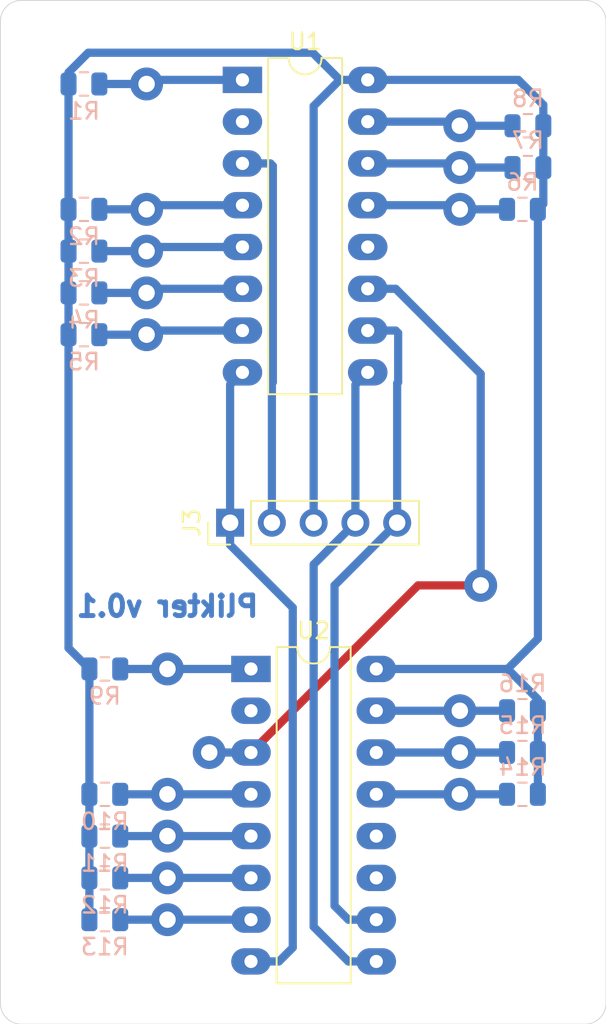
<source format=kicad_pcb>
(kicad_pcb (version 20171130) (host pcbnew 5.1.5)

  (general
    (thickness 1.6)
    (drawings 9)
    (tracks 123)
    (zones 0)
    (modules 19)
    (nets 28)
  )

  (page A4)
  (layers
    (0 F.Cu signal)
    (31 B.Cu signal)
    (32 B.Adhes user)
    (33 F.Adhes user)
    (34 B.Paste user)
    (35 F.Paste user)
    (36 B.SilkS user)
    (37 F.SilkS user)
    (38 B.Mask user)
    (39 F.Mask user)
    (40 Dwgs.User user)
    (41 Cmts.User user)
    (42 Eco1.User user)
    (43 Eco2.User user)
    (44 Edge.Cuts user)
    (45 Margin user)
    (46 B.CrtYd user)
    (47 F.CrtYd user)
    (48 B.Fab user)
    (49 F.Fab user)
  )

  (setup
    (last_trace_width 0.5)
    (trace_clearance 0.4)
    (zone_clearance 0.508)
    (zone_45_only no)
    (trace_min 0.2)
    (via_size 2)
    (via_drill 1)
    (via_min_size 0.4)
    (via_min_drill 0.3)
    (uvia_size 0.3)
    (uvia_drill 0.1)
    (uvias_allowed no)
    (uvia_min_size 0.2)
    (uvia_min_drill 0.1)
    (edge_width 0.05)
    (segment_width 0.2)
    (pcb_text_width 0.3)
    (pcb_text_size 1.5 1.5)
    (mod_edge_width 0.12)
    (mod_text_size 1 1)
    (mod_text_width 0.15)
    (pad_size 1.524 1.524)
    (pad_drill 0.762)
    (pad_to_mask_clearance 0.051)
    (solder_mask_min_width 0.25)
    (aux_axis_origin 0 0)
    (visible_elements FFFFFF7F)
    (pcbplotparams
      (layerselection 0x01000_ffffffff)
      (usegerberextensions false)
      (usegerberattributes false)
      (usegerberadvancedattributes false)
      (creategerberjobfile false)
      (excludeedgelayer true)
      (linewidth 0.100000)
      (plotframeref false)
      (viasonmask false)
      (mode 1)
      (useauxorigin false)
      (hpglpennumber 1)
      (hpglpenspeed 20)
      (hpglpendiameter 15.000000)
      (psnegative false)
      (psa4output false)
      (plotreference true)
      (plotvalue true)
      (plotinvisibletext false)
      (padsonsilk false)
      (subtractmaskfromsilk false)
      (outputformat 1)
      (mirror false)
      (drillshape 0)
      (scaleselection 1)
      (outputdirectory "./"))
  )

  (net 0 "")
  (net 1 "Net-(J3-Pad5)")
  (net 2 "Net-(J3-Pad4)")
  (net 3 VCC)
  (net 4 "Net-(J3-Pad2)")
  (net 5 GND)
  (net 6 "Net-(J1-Pad8)")
  (net 7 "Net-(J2-Pad8)")
  (net 8 "Net-(J1-Pad7)")
  (net 9 "Net-(J2-Pad7)")
  (net 10 "Net-(J1-Pad6)")
  (net 11 "Net-(J2-Pad6)")
  (net 12 "Net-(J1-Pad5)")
  (net 13 "Net-(J2-Pad5)")
  (net 14 "Net-(J1-Pad4)")
  (net 15 "Net-(J2-Pad4)")
  (net 16 "Net-(J1-Pad3)")
  (net 17 "Net-(J2-Pad3)")
  (net 18 "Net-(J1-Pad2)")
  (net 19 "Net-(J2-Pad2)")
  (net 20 "Net-(J1-Pad1)")
  (net 21 "Net-(J2-Pad1)")
  (net 22 "Net-(U1-Pad12)")
  (net 23 "Net-(U1-Pad11)")
  (net 24 "Net-(U1-Pad2)")
  (net 25 "Net-(U2-Pad12)")
  (net 26 "Net-(U2-Pad2)")
  (net 27 "Net-(U2-Pad11)")

  (net_class Default "This is the default net class."
    (clearance 0.4)
    (trace_width 0.5)
    (via_dia 2)
    (via_drill 1)
    (uvia_dia 0.3)
    (uvia_drill 0.1)
    (add_net GND)
    (add_net "Net-(J1-Pad1)")
    (add_net "Net-(J1-Pad2)")
    (add_net "Net-(J1-Pad3)")
    (add_net "Net-(J1-Pad4)")
    (add_net "Net-(J1-Pad5)")
    (add_net "Net-(J1-Pad6)")
    (add_net "Net-(J1-Pad7)")
    (add_net "Net-(J1-Pad8)")
    (add_net "Net-(J2-Pad1)")
    (add_net "Net-(J2-Pad2)")
    (add_net "Net-(J2-Pad3)")
    (add_net "Net-(J2-Pad4)")
    (add_net "Net-(J2-Pad5)")
    (add_net "Net-(J2-Pad6)")
    (add_net "Net-(J2-Pad7)")
    (add_net "Net-(J2-Pad8)")
    (add_net "Net-(J3-Pad2)")
    (add_net "Net-(J3-Pad4)")
    (add_net "Net-(J3-Pad5)")
    (add_net "Net-(U1-Pad11)")
    (add_net "Net-(U1-Pad12)")
    (add_net "Net-(U1-Pad2)")
    (add_net "Net-(U2-Pad11)")
    (add_net "Net-(U2-Pad12)")
    (add_net "Net-(U2-Pad2)")
    (add_net VCC)
  )

  (module Package_DIP:DIP-16_W7.62mm_LongPads (layer F.Cu) (tedit 5A02E8C5) (tstamp 5EA7001A)
    (at 70.6 61.98)
    (descr "16-lead though-hole mounted DIP package, row spacing 7.62 mm (300 mils), LongPads")
    (tags "THT DIP DIL PDIP 2.54mm 7.62mm 300mil LongPads")
    (path /5EA61E78)
    (fp_text reference U1 (at 3.81 -2.33) (layer F.SilkS)
      (effects (font (size 1 1) (thickness 0.15)))
    )
    (fp_text value 4021 (at 3.81 20.11) (layer F.Fab)
      (effects (font (size 1 1) (thickness 0.15)))
    )
    (fp_text user %R (at 3.81 8.89) (layer F.Fab)
      (effects (font (size 1 1) (thickness 0.15)))
    )
    (fp_line (start 9.1 -1.55) (end -1.45 -1.55) (layer F.CrtYd) (width 0.05))
    (fp_line (start 9.1 19.3) (end 9.1 -1.55) (layer F.CrtYd) (width 0.05))
    (fp_line (start -1.45 19.3) (end 9.1 19.3) (layer F.CrtYd) (width 0.05))
    (fp_line (start -1.45 -1.55) (end -1.45 19.3) (layer F.CrtYd) (width 0.05))
    (fp_line (start 6.06 -1.33) (end 4.81 -1.33) (layer F.SilkS) (width 0.12))
    (fp_line (start 6.06 19.11) (end 6.06 -1.33) (layer F.SilkS) (width 0.12))
    (fp_line (start 1.56 19.11) (end 6.06 19.11) (layer F.SilkS) (width 0.12))
    (fp_line (start 1.56 -1.33) (end 1.56 19.11) (layer F.SilkS) (width 0.12))
    (fp_line (start 2.81 -1.33) (end 1.56 -1.33) (layer F.SilkS) (width 0.12))
    (fp_line (start 0.635 -0.27) (end 1.635 -1.27) (layer F.Fab) (width 0.1))
    (fp_line (start 0.635 19.05) (end 0.635 -0.27) (layer F.Fab) (width 0.1))
    (fp_line (start 6.985 19.05) (end 0.635 19.05) (layer F.Fab) (width 0.1))
    (fp_line (start 6.985 -1.27) (end 6.985 19.05) (layer F.Fab) (width 0.1))
    (fp_line (start 1.635 -1.27) (end 6.985 -1.27) (layer F.Fab) (width 0.1))
    (fp_arc (start 3.81 -1.33) (end 2.81 -1.33) (angle -180) (layer F.SilkS) (width 0.12))
    (pad 16 thru_hole oval (at 7.62 0) (size 2.4 1.6) (drill 0.8) (layers *.Cu *.Mask)
      (net 3 VCC))
    (pad 8 thru_hole oval (at 0 17.78) (size 2.4 1.6) (drill 0.8) (layers *.Cu *.Mask)
      (net 5 GND))
    (pad 15 thru_hole oval (at 7.62 2.54) (size 2.4 1.6) (drill 0.8) (layers *.Cu *.Mask)
      (net 18 "Net-(J1-Pad2)"))
    (pad 7 thru_hole oval (at 0 15.24) (size 2.4 1.6) (drill 0.8) (layers *.Cu *.Mask)
      (net 6 "Net-(J1-Pad8)"))
    (pad 14 thru_hole oval (at 7.62 5.08) (size 2.4 1.6) (drill 0.8) (layers *.Cu *.Mask)
      (net 16 "Net-(J1-Pad3)"))
    (pad 6 thru_hole oval (at 0 12.7) (size 2.4 1.6) (drill 0.8) (layers *.Cu *.Mask)
      (net 8 "Net-(J1-Pad7)"))
    (pad 13 thru_hole oval (at 7.62 7.62) (size 2.4 1.6) (drill 0.8) (layers *.Cu *.Mask)
      (net 14 "Net-(J1-Pad4)"))
    (pad 5 thru_hole oval (at 0 10.16) (size 2.4 1.6) (drill 0.8) (layers *.Cu *.Mask)
      (net 10 "Net-(J1-Pad6)"))
    (pad 12 thru_hole oval (at 7.62 10.16) (size 2.4 1.6) (drill 0.8) (layers *.Cu *.Mask)
      (net 22 "Net-(U1-Pad12)"))
    (pad 4 thru_hole oval (at 0 7.62) (size 2.4 1.6) (drill 0.8) (layers *.Cu *.Mask)
      (net 12 "Net-(J1-Pad5)"))
    (pad 11 thru_hole oval (at 7.62 12.7) (size 2.4 1.6) (drill 0.8) (layers *.Cu *.Mask)
      (net 23 "Net-(U1-Pad11)"))
    (pad 3 thru_hole oval (at 0 5.08) (size 2.4 1.6) (drill 0.8) (layers *.Cu *.Mask)
      (net 4 "Net-(J3-Pad2)"))
    (pad 10 thru_hole oval (at 7.62 15.24) (size 2.4 1.6) (drill 0.8) (layers *.Cu *.Mask)
      (net 1 "Net-(J3-Pad5)"))
    (pad 2 thru_hole oval (at 0 2.54) (size 2.4 1.6) (drill 0.8) (layers *.Cu *.Mask)
      (net 24 "Net-(U1-Pad2)"))
    (pad 9 thru_hole oval (at 7.62 17.78) (size 2.4 1.6) (drill 0.8) (layers *.Cu *.Mask)
      (net 2 "Net-(J3-Pad4)"))
    (pad 1 thru_hole rect (at 0 0) (size 2.4 1.6) (drill 0.8) (layers *.Cu *.Mask)
      (net 20 "Net-(J1-Pad1)"))
    (model ${KISYS3DMOD}/Package_DIP.3dshapes/DIP-16_W7.62mm.wrl
      (at (xyz 0 0 0))
      (scale (xyz 1 1 1))
      (rotate (xyz 0 0 0))
    )
  )

  (module Package_DIP:DIP-16_W7.62mm_LongPads (layer F.Cu) (tedit 5A02E8C5) (tstamp 5EA70389)
    (at 71.12 97.79)
    (descr "16-lead though-hole mounted DIP package, row spacing 7.62 mm (300 mils), LongPads")
    (tags "THT DIP DIL PDIP 2.54mm 7.62mm 300mil LongPads")
    (path /5EA62BB7)
    (fp_text reference U2 (at 3.81 -2.33) (layer F.SilkS)
      (effects (font (size 1 1) (thickness 0.15)))
    )
    (fp_text value 4021 (at 3.81 20.11) (layer F.Fab)
      (effects (font (size 1 1) (thickness 0.15)))
    )
    (fp_text user %R (at 3.81 8.89) (layer F.Fab)
      (effects (font (size 1 1) (thickness 0.15)))
    )
    (fp_line (start 9.1 -1.55) (end -1.45 -1.55) (layer F.CrtYd) (width 0.05))
    (fp_line (start 9.1 19.3) (end 9.1 -1.55) (layer F.CrtYd) (width 0.05))
    (fp_line (start -1.45 19.3) (end 9.1 19.3) (layer F.CrtYd) (width 0.05))
    (fp_line (start -1.45 -1.55) (end -1.45 19.3) (layer F.CrtYd) (width 0.05))
    (fp_line (start 6.06 -1.33) (end 4.81 -1.33) (layer F.SilkS) (width 0.12))
    (fp_line (start 6.06 19.11) (end 6.06 -1.33) (layer F.SilkS) (width 0.12))
    (fp_line (start 1.56 19.11) (end 6.06 19.11) (layer F.SilkS) (width 0.12))
    (fp_line (start 1.56 -1.33) (end 1.56 19.11) (layer F.SilkS) (width 0.12))
    (fp_line (start 2.81 -1.33) (end 1.56 -1.33) (layer F.SilkS) (width 0.12))
    (fp_line (start 0.635 -0.27) (end 1.635 -1.27) (layer F.Fab) (width 0.1))
    (fp_line (start 0.635 19.05) (end 0.635 -0.27) (layer F.Fab) (width 0.1))
    (fp_line (start 6.985 19.05) (end 0.635 19.05) (layer F.Fab) (width 0.1))
    (fp_line (start 6.985 -1.27) (end 6.985 19.05) (layer F.Fab) (width 0.1))
    (fp_line (start 1.635 -1.27) (end 6.985 -1.27) (layer F.Fab) (width 0.1))
    (fp_arc (start 3.81 -1.33) (end 2.81 -1.33) (angle -180) (layer F.SilkS) (width 0.12))
    (pad 16 thru_hole oval (at 7.62 0) (size 2.4 1.6) (drill 0.8) (layers *.Cu *.Mask)
      (net 3 VCC))
    (pad 8 thru_hole oval (at 0 17.78) (size 2.4 1.6) (drill 0.8) (layers *.Cu *.Mask)
      (net 5 GND))
    (pad 15 thru_hole oval (at 7.62 2.54) (size 2.4 1.6) (drill 0.8) (layers *.Cu *.Mask)
      (net 19 "Net-(J2-Pad2)"))
    (pad 7 thru_hole oval (at 0 15.24) (size 2.4 1.6) (drill 0.8) (layers *.Cu *.Mask)
      (net 7 "Net-(J2-Pad8)"))
    (pad 14 thru_hole oval (at 7.62 5.08) (size 2.4 1.6) (drill 0.8) (layers *.Cu *.Mask)
      (net 17 "Net-(J2-Pad3)"))
    (pad 6 thru_hole oval (at 0 12.7) (size 2.4 1.6) (drill 0.8) (layers *.Cu *.Mask)
      (net 9 "Net-(J2-Pad7)"))
    (pad 13 thru_hole oval (at 7.62 7.62) (size 2.4 1.6) (drill 0.8) (layers *.Cu *.Mask)
      (net 15 "Net-(J2-Pad4)"))
    (pad 5 thru_hole oval (at 0 10.16) (size 2.4 1.6) (drill 0.8) (layers *.Cu *.Mask)
      (net 11 "Net-(J2-Pad6)"))
    (pad 12 thru_hole oval (at 7.62 10.16) (size 2.4 1.6) (drill 0.8) (layers *.Cu *.Mask)
      (net 25 "Net-(U2-Pad12)"))
    (pad 4 thru_hole oval (at 0 7.62) (size 2.4 1.6) (drill 0.8) (layers *.Cu *.Mask)
      (net 13 "Net-(J2-Pad5)"))
    (pad 11 thru_hole oval (at 7.62 12.7) (size 2.4 1.6) (drill 0.8) (layers *.Cu *.Mask)
      (net 27 "Net-(U2-Pad11)"))
    (pad 3 thru_hole oval (at 0 5.08) (size 2.4 1.6) (drill 0.8) (layers *.Cu *.Mask)
      (net 23 "Net-(U1-Pad11)"))
    (pad 10 thru_hole oval (at 7.62 15.24) (size 2.4 1.6) (drill 0.8) (layers *.Cu *.Mask)
      (net 1 "Net-(J3-Pad5)"))
    (pad 2 thru_hole oval (at 0 2.54) (size 2.4 1.6) (drill 0.8) (layers *.Cu *.Mask)
      (net 26 "Net-(U2-Pad2)"))
    (pad 9 thru_hole oval (at 7.62 17.78) (size 2.4 1.6) (drill 0.8) (layers *.Cu *.Mask)
      (net 2 "Net-(J3-Pad4)"))
    (pad 1 thru_hole rect (at 0 0) (size 2.4 1.6) (drill 0.8) (layers *.Cu *.Mask)
      (net 21 "Net-(J2-Pad1)"))
    (model ${KISYS3DMOD}/Package_DIP.3dshapes/DIP-16_W7.62mm.wrl
      (at (xyz 0 0 0))
      (scale (xyz 1 1 1))
      (rotate (xyz 0 0 0))
    )
  )

  (module Resistor_SMD:R_0805_2012Metric (layer B.Cu) (tedit 5B36C52B) (tstamp 5EA6FFF6)
    (at 62.23 97.79)
    (descr "Resistor SMD 0805 (2012 Metric), square (rectangular) end terminal, IPC_7351 nominal, (Body size source: https://docs.google.com/spreadsheets/d/1BsfQQcO9C6DZCsRaXUlFlo91Tg2WpOkGARC1WS5S8t0/edit?usp=sharing), generated with kicad-footprint-generator")
    (tags resistor)
    (path /5EA95779)
    (attr smd)
    (fp_text reference R9 (at 0 1.65) (layer B.SilkS)
      (effects (font (size 1 1) (thickness 0.15)) (justify mirror))
    )
    (fp_text value R (at 0 -1.65) (layer B.Fab)
      (effects (font (size 1 1) (thickness 0.15)) (justify mirror))
    )
    (fp_text user %R (at 0 0) (layer B.Fab)
      (effects (font (size 0.5 0.5) (thickness 0.08)) (justify mirror))
    )
    (fp_line (start 1.68 -0.95) (end -1.68 -0.95) (layer B.CrtYd) (width 0.05))
    (fp_line (start 1.68 0.95) (end 1.68 -0.95) (layer B.CrtYd) (width 0.05))
    (fp_line (start -1.68 0.95) (end 1.68 0.95) (layer B.CrtYd) (width 0.05))
    (fp_line (start -1.68 -0.95) (end -1.68 0.95) (layer B.CrtYd) (width 0.05))
    (fp_line (start -0.258578 -0.71) (end 0.258578 -0.71) (layer B.SilkS) (width 0.12))
    (fp_line (start -0.258578 0.71) (end 0.258578 0.71) (layer B.SilkS) (width 0.12))
    (fp_line (start 1 -0.6) (end -1 -0.6) (layer B.Fab) (width 0.1))
    (fp_line (start 1 0.6) (end 1 -0.6) (layer B.Fab) (width 0.1))
    (fp_line (start -1 0.6) (end 1 0.6) (layer B.Fab) (width 0.1))
    (fp_line (start -1 -0.6) (end -1 0.6) (layer B.Fab) (width 0.1))
    (pad 2 smd roundrect (at 0.9375 0) (size 0.975 1.4) (layers B.Cu B.Paste B.Mask) (roundrect_rratio 0.25)
      (net 21 "Net-(J2-Pad1)"))
    (pad 1 smd roundrect (at -0.9375 0) (size 0.975 1.4) (layers B.Cu B.Paste B.Mask) (roundrect_rratio 0.25)
      (net 3 VCC))
    (model ${KISYS3DMOD}/Resistor_SMD.3dshapes/R_0805_2012Metric.wrl
      (at (xyz 0 0 0))
      (scale (xyz 1 1 1))
      (rotate (xyz 0 0 0))
    )
  )

  (module Resistor_SMD:R_0805_2012Metric (layer B.Cu) (tedit 5B36C52B) (tstamp 5EA6FFE5)
    (at 60.96 62.23)
    (descr "Resistor SMD 0805 (2012 Metric), square (rectangular) end terminal, IPC_7351 nominal, (Body size source: https://docs.google.com/spreadsheets/d/1BsfQQcO9C6DZCsRaXUlFlo91Tg2WpOkGARC1WS5S8t0/edit?usp=sharing), generated with kicad-footprint-generator")
    (tags resistor)
    (path /5EA7F455)
    (attr smd)
    (fp_text reference R1 (at 0 1.65) (layer B.SilkS)
      (effects (font (size 1 1) (thickness 0.15)) (justify mirror))
    )
    (fp_text value R (at 0 -1.65) (layer B.Fab)
      (effects (font (size 1 1) (thickness 0.15)) (justify mirror))
    )
    (fp_text user %R (at 0 0) (layer B.Fab)
      (effects (font (size 0.5 0.5) (thickness 0.08)) (justify mirror))
    )
    (fp_line (start 1.68 -0.95) (end -1.68 -0.95) (layer B.CrtYd) (width 0.05))
    (fp_line (start 1.68 0.95) (end 1.68 -0.95) (layer B.CrtYd) (width 0.05))
    (fp_line (start -1.68 0.95) (end 1.68 0.95) (layer B.CrtYd) (width 0.05))
    (fp_line (start -1.68 -0.95) (end -1.68 0.95) (layer B.CrtYd) (width 0.05))
    (fp_line (start -0.258578 -0.71) (end 0.258578 -0.71) (layer B.SilkS) (width 0.12))
    (fp_line (start -0.258578 0.71) (end 0.258578 0.71) (layer B.SilkS) (width 0.12))
    (fp_line (start 1 -0.6) (end -1 -0.6) (layer B.Fab) (width 0.1))
    (fp_line (start 1 0.6) (end 1 -0.6) (layer B.Fab) (width 0.1))
    (fp_line (start -1 0.6) (end 1 0.6) (layer B.Fab) (width 0.1))
    (fp_line (start -1 -0.6) (end -1 0.6) (layer B.Fab) (width 0.1))
    (pad 2 smd roundrect (at 0.9375 0) (size 0.975 1.4) (layers B.Cu B.Paste B.Mask) (roundrect_rratio 0.25)
      (net 20 "Net-(J1-Pad1)"))
    (pad 1 smd roundrect (at -0.9375 0) (size 0.975 1.4) (layers B.Cu B.Paste B.Mask) (roundrect_rratio 0.25)
      (net 3 VCC))
    (model ${KISYS3DMOD}/Resistor_SMD.3dshapes/R_0805_2012Metric.wrl
      (at (xyz 0 0 0))
      (scale (xyz 1 1 1))
      (rotate (xyz 0 0 0))
    )
  )

  (module Resistor_SMD:R_0805_2012Metric (layer B.Cu) (tedit 5B36C52B) (tstamp 5EA6FFD4)
    (at 87.63 100.33 180)
    (descr "Resistor SMD 0805 (2012 Metric), square (rectangular) end terminal, IPC_7351 nominal, (Body size source: https://docs.google.com/spreadsheets/d/1BsfQQcO9C6DZCsRaXUlFlo91Tg2WpOkGARC1WS5S8t0/edit?usp=sharing), generated with kicad-footprint-generator")
    (tags resistor)
    (path /5EA95780)
    (attr smd)
    (fp_text reference R16 (at 0 1.65) (layer B.SilkS)
      (effects (font (size 1 1) (thickness 0.15)) (justify mirror))
    )
    (fp_text value R (at 0 -1.65) (layer B.Fab)
      (effects (font (size 1 1) (thickness 0.15)) (justify mirror))
    )
    (fp_text user %R (at 0 0) (layer B.Fab)
      (effects (font (size 0.5 0.5) (thickness 0.08)) (justify mirror))
    )
    (fp_line (start 1.68 -0.95) (end -1.68 -0.95) (layer B.CrtYd) (width 0.05))
    (fp_line (start 1.68 0.95) (end 1.68 -0.95) (layer B.CrtYd) (width 0.05))
    (fp_line (start -1.68 0.95) (end 1.68 0.95) (layer B.CrtYd) (width 0.05))
    (fp_line (start -1.68 -0.95) (end -1.68 0.95) (layer B.CrtYd) (width 0.05))
    (fp_line (start -0.258578 -0.71) (end 0.258578 -0.71) (layer B.SilkS) (width 0.12))
    (fp_line (start -0.258578 0.71) (end 0.258578 0.71) (layer B.SilkS) (width 0.12))
    (fp_line (start 1 -0.6) (end -1 -0.6) (layer B.Fab) (width 0.1))
    (fp_line (start 1 0.6) (end 1 -0.6) (layer B.Fab) (width 0.1))
    (fp_line (start -1 0.6) (end 1 0.6) (layer B.Fab) (width 0.1))
    (fp_line (start -1 -0.6) (end -1 0.6) (layer B.Fab) (width 0.1))
    (pad 2 smd roundrect (at 0.9375 0 180) (size 0.975 1.4) (layers B.Cu B.Paste B.Mask) (roundrect_rratio 0.25)
      (net 19 "Net-(J2-Pad2)"))
    (pad 1 smd roundrect (at -0.9375 0 180) (size 0.975 1.4) (layers B.Cu B.Paste B.Mask) (roundrect_rratio 0.25)
      (net 3 VCC))
    (model ${KISYS3DMOD}/Resistor_SMD.3dshapes/R_0805_2012Metric.wrl
      (at (xyz 0 0 0))
      (scale (xyz 1 1 1))
      (rotate (xyz 0 0 0))
    )
  )

  (module Resistor_SMD:R_0805_2012Metric (layer B.Cu) (tedit 5B36C52B) (tstamp 5EA70B14)
    (at 87.9625 64.77 180)
    (descr "Resistor SMD 0805 (2012 Metric), square (rectangular) end terminal, IPC_7351 nominal, (Body size source: https://docs.google.com/spreadsheets/d/1BsfQQcO9C6DZCsRaXUlFlo91Tg2WpOkGARC1WS5S8t0/edit?usp=sharing), generated with kicad-footprint-generator")
    (tags resistor)
    (path /5EA80F90)
    (attr smd)
    (fp_text reference R8 (at 0 1.65) (layer B.SilkS)
      (effects (font (size 1 1) (thickness 0.15)) (justify mirror))
    )
    (fp_text value R (at 0 -1.65) (layer B.Fab)
      (effects (font (size 1 1) (thickness 0.15)) (justify mirror))
    )
    (fp_text user %R (at 0 0) (layer B.Fab)
      (effects (font (size 0.5 0.5) (thickness 0.08)) (justify mirror))
    )
    (fp_line (start 1.68 -0.95) (end -1.68 -0.95) (layer B.CrtYd) (width 0.05))
    (fp_line (start 1.68 0.95) (end 1.68 -0.95) (layer B.CrtYd) (width 0.05))
    (fp_line (start -1.68 0.95) (end 1.68 0.95) (layer B.CrtYd) (width 0.05))
    (fp_line (start -1.68 -0.95) (end -1.68 0.95) (layer B.CrtYd) (width 0.05))
    (fp_line (start -0.258578 -0.71) (end 0.258578 -0.71) (layer B.SilkS) (width 0.12))
    (fp_line (start -0.258578 0.71) (end 0.258578 0.71) (layer B.SilkS) (width 0.12))
    (fp_line (start 1 -0.6) (end -1 -0.6) (layer B.Fab) (width 0.1))
    (fp_line (start 1 0.6) (end 1 -0.6) (layer B.Fab) (width 0.1))
    (fp_line (start -1 0.6) (end 1 0.6) (layer B.Fab) (width 0.1))
    (fp_line (start -1 -0.6) (end -1 0.6) (layer B.Fab) (width 0.1))
    (pad 2 smd roundrect (at 0.9375 0 180) (size 0.975 1.4) (layers B.Cu B.Paste B.Mask) (roundrect_rratio 0.25)
      (net 18 "Net-(J1-Pad2)"))
    (pad 1 smd roundrect (at -0.9375 0 180) (size 0.975 1.4) (layers B.Cu B.Paste B.Mask) (roundrect_rratio 0.25)
      (net 3 VCC))
    (model ${KISYS3DMOD}/Resistor_SMD.3dshapes/R_0805_2012Metric.wrl
      (at (xyz 0 0 0))
      (scale (xyz 1 1 1))
      (rotate (xyz 0 0 0))
    )
  )

  (module Resistor_SMD:R_0805_2012Metric (layer B.Cu) (tedit 5B36C52B) (tstamp 5EA705FC)
    (at 87.63 102.87 180)
    (descr "Resistor SMD 0805 (2012 Metric), square (rectangular) end terminal, IPC_7351 nominal, (Body size source: https://docs.google.com/spreadsheets/d/1BsfQQcO9C6DZCsRaXUlFlo91Tg2WpOkGARC1WS5S8t0/edit?usp=sharing), generated with kicad-footprint-generator")
    (tags resistor)
    (path /5EA95786)
    (attr smd)
    (fp_text reference R15 (at 0 1.65) (layer B.SilkS)
      (effects (font (size 1 1) (thickness 0.15)) (justify mirror))
    )
    (fp_text value R (at 0 -1.65) (layer B.Fab)
      (effects (font (size 1 1) (thickness 0.15)) (justify mirror))
    )
    (fp_text user %R (at 0 0) (layer B.Fab)
      (effects (font (size 0.5 0.5) (thickness 0.08)) (justify mirror))
    )
    (fp_line (start 1.68 -0.95) (end -1.68 -0.95) (layer B.CrtYd) (width 0.05))
    (fp_line (start 1.68 0.95) (end 1.68 -0.95) (layer B.CrtYd) (width 0.05))
    (fp_line (start -1.68 0.95) (end 1.68 0.95) (layer B.CrtYd) (width 0.05))
    (fp_line (start -1.68 -0.95) (end -1.68 0.95) (layer B.CrtYd) (width 0.05))
    (fp_line (start -0.258578 -0.71) (end 0.258578 -0.71) (layer B.SilkS) (width 0.12))
    (fp_line (start -0.258578 0.71) (end 0.258578 0.71) (layer B.SilkS) (width 0.12))
    (fp_line (start 1 -0.6) (end -1 -0.6) (layer B.Fab) (width 0.1))
    (fp_line (start 1 0.6) (end 1 -0.6) (layer B.Fab) (width 0.1))
    (fp_line (start -1 0.6) (end 1 0.6) (layer B.Fab) (width 0.1))
    (fp_line (start -1 -0.6) (end -1 0.6) (layer B.Fab) (width 0.1))
    (pad 2 smd roundrect (at 0.9375 0 180) (size 0.975 1.4) (layers B.Cu B.Paste B.Mask) (roundrect_rratio 0.25)
      (net 17 "Net-(J2-Pad3)"))
    (pad 1 smd roundrect (at -0.9375 0 180) (size 0.975 1.4) (layers B.Cu B.Paste B.Mask) (roundrect_rratio 0.25)
      (net 3 VCC))
    (model ${KISYS3DMOD}/Resistor_SMD.3dshapes/R_0805_2012Metric.wrl
      (at (xyz 0 0 0))
      (scale (xyz 1 1 1))
      (rotate (xyz 0 0 0))
    )
  )

  (module Resistor_SMD:R_0805_2012Metric (layer B.Cu) (tedit 5B36C52B) (tstamp 5EA709BF)
    (at 87.9625 67.31 180)
    (descr "Resistor SMD 0805 (2012 Metric), square (rectangular) end terminal, IPC_7351 nominal, (Body size source: https://docs.google.com/spreadsheets/d/1BsfQQcO9C6DZCsRaXUlFlo91Tg2WpOkGARC1WS5S8t0/edit?usp=sharing), generated with kicad-footprint-generator")
    (tags resistor)
    (path /5EA8147E)
    (attr smd)
    (fp_text reference R7 (at 0 1.65) (layer B.SilkS)
      (effects (font (size 1 1) (thickness 0.15)) (justify mirror))
    )
    (fp_text value R (at 0 -1.65) (layer B.Fab)
      (effects (font (size 1 1) (thickness 0.15)) (justify mirror))
    )
    (fp_text user %R (at 0 0) (layer B.Fab)
      (effects (font (size 0.5 0.5) (thickness 0.08)) (justify mirror))
    )
    (fp_line (start 1.68 -0.95) (end -1.68 -0.95) (layer B.CrtYd) (width 0.05))
    (fp_line (start 1.68 0.95) (end 1.68 -0.95) (layer B.CrtYd) (width 0.05))
    (fp_line (start -1.68 0.95) (end 1.68 0.95) (layer B.CrtYd) (width 0.05))
    (fp_line (start -1.68 -0.95) (end -1.68 0.95) (layer B.CrtYd) (width 0.05))
    (fp_line (start -0.258578 -0.71) (end 0.258578 -0.71) (layer B.SilkS) (width 0.12))
    (fp_line (start -0.258578 0.71) (end 0.258578 0.71) (layer B.SilkS) (width 0.12))
    (fp_line (start 1 -0.6) (end -1 -0.6) (layer B.Fab) (width 0.1))
    (fp_line (start 1 0.6) (end 1 -0.6) (layer B.Fab) (width 0.1))
    (fp_line (start -1 0.6) (end 1 0.6) (layer B.Fab) (width 0.1))
    (fp_line (start -1 -0.6) (end -1 0.6) (layer B.Fab) (width 0.1))
    (pad 2 smd roundrect (at 0.9375 0 180) (size 0.975 1.4) (layers B.Cu B.Paste B.Mask) (roundrect_rratio 0.25)
      (net 16 "Net-(J1-Pad3)"))
    (pad 1 smd roundrect (at -0.9375 0 180) (size 0.975 1.4) (layers B.Cu B.Paste B.Mask) (roundrect_rratio 0.25)
      (net 3 VCC))
    (model ${KISYS3DMOD}/Resistor_SMD.3dshapes/R_0805_2012Metric.wrl
      (at (xyz 0 0 0))
      (scale (xyz 1 1 1))
      (rotate (xyz 0 0 0))
    )
  )

  (module Resistor_SMD:R_0805_2012Metric (layer B.Cu) (tedit 5B36C52B) (tstamp 5EA6FF90)
    (at 87.63 105.41 180)
    (descr "Resistor SMD 0805 (2012 Metric), square (rectangular) end terminal, IPC_7351 nominal, (Body size source: https://docs.google.com/spreadsheets/d/1BsfQQcO9C6DZCsRaXUlFlo91Tg2WpOkGARC1WS5S8t0/edit?usp=sharing), generated with kicad-footprint-generator")
    (tags resistor)
    (path /5EA9579E)
    (attr smd)
    (fp_text reference R14 (at 0 1.65) (layer B.SilkS)
      (effects (font (size 1 1) (thickness 0.15)) (justify mirror))
    )
    (fp_text value R (at 0 -1.65) (layer B.Fab)
      (effects (font (size 1 1) (thickness 0.15)) (justify mirror))
    )
    (fp_text user %R (at 0 0) (layer B.Fab)
      (effects (font (size 0.5 0.5) (thickness 0.08)) (justify mirror))
    )
    (fp_line (start 1.68 -0.95) (end -1.68 -0.95) (layer B.CrtYd) (width 0.05))
    (fp_line (start 1.68 0.95) (end 1.68 -0.95) (layer B.CrtYd) (width 0.05))
    (fp_line (start -1.68 0.95) (end 1.68 0.95) (layer B.CrtYd) (width 0.05))
    (fp_line (start -1.68 -0.95) (end -1.68 0.95) (layer B.CrtYd) (width 0.05))
    (fp_line (start -0.258578 -0.71) (end 0.258578 -0.71) (layer B.SilkS) (width 0.12))
    (fp_line (start -0.258578 0.71) (end 0.258578 0.71) (layer B.SilkS) (width 0.12))
    (fp_line (start 1 -0.6) (end -1 -0.6) (layer B.Fab) (width 0.1))
    (fp_line (start 1 0.6) (end 1 -0.6) (layer B.Fab) (width 0.1))
    (fp_line (start -1 0.6) (end 1 0.6) (layer B.Fab) (width 0.1))
    (fp_line (start -1 -0.6) (end -1 0.6) (layer B.Fab) (width 0.1))
    (pad 2 smd roundrect (at 0.9375 0 180) (size 0.975 1.4) (layers B.Cu B.Paste B.Mask) (roundrect_rratio 0.25)
      (net 15 "Net-(J2-Pad4)"))
    (pad 1 smd roundrect (at -0.9375 0 180) (size 0.975 1.4) (layers B.Cu B.Paste B.Mask) (roundrect_rratio 0.25)
      (net 3 VCC))
    (model ${KISYS3DMOD}/Resistor_SMD.3dshapes/R_0805_2012Metric.wrl
      (at (xyz 0 0 0))
      (scale (xyz 1 1 1))
      (rotate (xyz 0 0 0))
    )
  )

  (module Resistor_SMD:R_0805_2012Metric (layer B.Cu) (tedit 5B36C52B) (tstamp 5EA8881A)
    (at 87.63 69.85 180)
    (descr "Resistor SMD 0805 (2012 Metric), square (rectangular) end terminal, IPC_7351 nominal, (Body size source: https://docs.google.com/spreadsheets/d/1BsfQQcO9C6DZCsRaXUlFlo91Tg2WpOkGARC1WS5S8t0/edit?usp=sharing), generated with kicad-footprint-generator")
    (tags resistor)
    (path /5EA83B5A)
    (attr smd)
    (fp_text reference R6 (at 0 1.65) (layer B.SilkS)
      (effects (font (size 1 1) (thickness 0.15)) (justify mirror))
    )
    (fp_text value R (at 0 -1.65) (layer B.Fab)
      (effects (font (size 1 1) (thickness 0.15)) (justify mirror))
    )
    (fp_line (start -1 -0.6) (end -1 0.6) (layer B.Fab) (width 0.1))
    (fp_line (start -1 0.6) (end 1 0.6) (layer B.Fab) (width 0.1))
    (fp_line (start 1 0.6) (end 1 -0.6) (layer B.Fab) (width 0.1))
    (fp_line (start 1 -0.6) (end -1 -0.6) (layer B.Fab) (width 0.1))
    (fp_line (start -0.258578 0.71) (end 0.258578 0.71) (layer B.SilkS) (width 0.12))
    (fp_line (start -0.258578 -0.71) (end 0.258578 -0.71) (layer B.SilkS) (width 0.12))
    (fp_line (start -1.68 -0.95) (end -1.68 0.95) (layer B.CrtYd) (width 0.05))
    (fp_line (start -1.68 0.95) (end 1.68 0.95) (layer B.CrtYd) (width 0.05))
    (fp_line (start 1.68 0.95) (end 1.68 -0.95) (layer B.CrtYd) (width 0.05))
    (fp_line (start 1.68 -0.95) (end -1.68 -0.95) (layer B.CrtYd) (width 0.05))
    (fp_text user %R (at 0 0) (layer B.Fab)
      (effects (font (size 0.5 0.5) (thickness 0.08)) (justify mirror))
    )
    (pad 1 smd roundrect (at -0.9375 0 180) (size 0.975 1.4) (layers B.Cu B.Paste B.Mask) (roundrect_rratio 0.25)
      (net 3 VCC))
    (pad 2 smd roundrect (at 0.9375 0 180) (size 0.975 1.4) (layers B.Cu B.Paste B.Mask) (roundrect_rratio 0.25)
      (net 14 "Net-(J1-Pad4)"))
    (model ${KISYS3DMOD}/Resistor_SMD.3dshapes/R_0805_2012Metric.wrl
      (at (xyz 0 0 0))
      (scale (xyz 1 1 1))
      (rotate (xyz 0 0 0))
    )
  )

  (module Resistor_SMD:R_0805_2012Metric (layer B.Cu) (tedit 5B36C52B) (tstamp 5EA6FF6E)
    (at 62.23 105.41)
    (descr "Resistor SMD 0805 (2012 Metric), square (rectangular) end terminal, IPC_7351 nominal, (Body size source: https://docs.google.com/spreadsheets/d/1BsfQQcO9C6DZCsRaXUlFlo91Tg2WpOkGARC1WS5S8t0/edit?usp=sharing), generated with kicad-footprint-generator")
    (tags resistor)
    (path /5EA9578C)
    (attr smd)
    (fp_text reference R10 (at 0 1.65) (layer B.SilkS)
      (effects (font (size 1 1) (thickness 0.15)) (justify mirror))
    )
    (fp_text value R (at 0 -1.65) (layer B.Fab)
      (effects (font (size 1 1) (thickness 0.15)) (justify mirror))
    )
    (fp_text user %R (at 0 0) (layer B.Fab)
      (effects (font (size 0.5 0.5) (thickness 0.08)) (justify mirror))
    )
    (fp_line (start 1.68 -0.95) (end -1.68 -0.95) (layer B.CrtYd) (width 0.05))
    (fp_line (start 1.68 0.95) (end 1.68 -0.95) (layer B.CrtYd) (width 0.05))
    (fp_line (start -1.68 0.95) (end 1.68 0.95) (layer B.CrtYd) (width 0.05))
    (fp_line (start -1.68 -0.95) (end -1.68 0.95) (layer B.CrtYd) (width 0.05))
    (fp_line (start -0.258578 -0.71) (end 0.258578 -0.71) (layer B.SilkS) (width 0.12))
    (fp_line (start -0.258578 0.71) (end 0.258578 0.71) (layer B.SilkS) (width 0.12))
    (fp_line (start 1 -0.6) (end -1 -0.6) (layer B.Fab) (width 0.1))
    (fp_line (start 1 0.6) (end 1 -0.6) (layer B.Fab) (width 0.1))
    (fp_line (start -1 0.6) (end 1 0.6) (layer B.Fab) (width 0.1))
    (fp_line (start -1 -0.6) (end -1 0.6) (layer B.Fab) (width 0.1))
    (pad 2 smd roundrect (at 0.9375 0) (size 0.975 1.4) (layers B.Cu B.Paste B.Mask) (roundrect_rratio 0.25)
      (net 13 "Net-(J2-Pad5)"))
    (pad 1 smd roundrect (at -0.9375 0) (size 0.975 1.4) (layers B.Cu B.Paste B.Mask) (roundrect_rratio 0.25)
      (net 3 VCC))
    (model ${KISYS3DMOD}/Resistor_SMD.3dshapes/R_0805_2012Metric.wrl
      (at (xyz 0 0 0))
      (scale (xyz 1 1 1))
      (rotate (xyz 0 0 0))
    )
  )

  (module Resistor_SMD:R_0805_2012Metric (layer B.Cu) (tedit 5B36C52B) (tstamp 5EA6FF5D)
    (at 60.96 69.85)
    (descr "Resistor SMD 0805 (2012 Metric), square (rectangular) end terminal, IPC_7351 nominal, (Body size source: https://docs.google.com/spreadsheets/d/1BsfQQcO9C6DZCsRaXUlFlo91Tg2WpOkGARC1WS5S8t0/edit?usp=sharing), generated with kicad-footprint-generator")
    (tags resistor)
    (path /5EA81723)
    (attr smd)
    (fp_text reference R2 (at 0 1.65) (layer B.SilkS)
      (effects (font (size 1 1) (thickness 0.15)) (justify mirror))
    )
    (fp_text value R (at 0 -1.65) (layer B.Fab)
      (effects (font (size 1 1) (thickness 0.15)) (justify mirror))
    )
    (fp_text user %R (at 0 0) (layer B.Fab)
      (effects (font (size 0.5 0.5) (thickness 0.08)) (justify mirror))
    )
    (fp_line (start 1.68 -0.95) (end -1.68 -0.95) (layer B.CrtYd) (width 0.05))
    (fp_line (start 1.68 0.95) (end 1.68 -0.95) (layer B.CrtYd) (width 0.05))
    (fp_line (start -1.68 0.95) (end 1.68 0.95) (layer B.CrtYd) (width 0.05))
    (fp_line (start -1.68 -0.95) (end -1.68 0.95) (layer B.CrtYd) (width 0.05))
    (fp_line (start -0.258578 -0.71) (end 0.258578 -0.71) (layer B.SilkS) (width 0.12))
    (fp_line (start -0.258578 0.71) (end 0.258578 0.71) (layer B.SilkS) (width 0.12))
    (fp_line (start 1 -0.6) (end -1 -0.6) (layer B.Fab) (width 0.1))
    (fp_line (start 1 0.6) (end 1 -0.6) (layer B.Fab) (width 0.1))
    (fp_line (start -1 0.6) (end 1 0.6) (layer B.Fab) (width 0.1))
    (fp_line (start -1 -0.6) (end -1 0.6) (layer B.Fab) (width 0.1))
    (pad 2 smd roundrect (at 0.9375 0) (size 0.975 1.4) (layers B.Cu B.Paste B.Mask) (roundrect_rratio 0.25)
      (net 12 "Net-(J1-Pad5)"))
    (pad 1 smd roundrect (at -0.9375 0) (size 0.975 1.4) (layers B.Cu B.Paste B.Mask) (roundrect_rratio 0.25)
      (net 3 VCC))
    (model ${KISYS3DMOD}/Resistor_SMD.3dshapes/R_0805_2012Metric.wrl
      (at (xyz 0 0 0))
      (scale (xyz 1 1 1))
      (rotate (xyz 0 0 0))
    )
  )

  (module Resistor_SMD:R_0805_2012Metric (layer B.Cu) (tedit 5B36C52B) (tstamp 5EA6FF4C)
    (at 62.23 107.95)
    (descr "Resistor SMD 0805 (2012 Metric), square (rectangular) end terminal, IPC_7351 nominal, (Body size source: https://docs.google.com/spreadsheets/d/1BsfQQcO9C6DZCsRaXUlFlo91Tg2WpOkGARC1WS5S8t0/edit?usp=sharing), generated with kicad-footprint-generator")
    (tags resistor)
    (path /5EA95792)
    (attr smd)
    (fp_text reference R11 (at 0 1.65) (layer B.SilkS)
      (effects (font (size 1 1) (thickness 0.15)) (justify mirror))
    )
    (fp_text value R (at 0 -1.65) (layer B.Fab)
      (effects (font (size 1 1) (thickness 0.15)) (justify mirror))
    )
    (fp_text user %R (at 0 0) (layer B.Fab)
      (effects (font (size 0.5 0.5) (thickness 0.08)) (justify mirror))
    )
    (fp_line (start 1.68 -0.95) (end -1.68 -0.95) (layer B.CrtYd) (width 0.05))
    (fp_line (start 1.68 0.95) (end 1.68 -0.95) (layer B.CrtYd) (width 0.05))
    (fp_line (start -1.68 0.95) (end 1.68 0.95) (layer B.CrtYd) (width 0.05))
    (fp_line (start -1.68 -0.95) (end -1.68 0.95) (layer B.CrtYd) (width 0.05))
    (fp_line (start -0.258578 -0.71) (end 0.258578 -0.71) (layer B.SilkS) (width 0.12))
    (fp_line (start -0.258578 0.71) (end 0.258578 0.71) (layer B.SilkS) (width 0.12))
    (fp_line (start 1 -0.6) (end -1 -0.6) (layer B.Fab) (width 0.1))
    (fp_line (start 1 0.6) (end 1 -0.6) (layer B.Fab) (width 0.1))
    (fp_line (start -1 0.6) (end 1 0.6) (layer B.Fab) (width 0.1))
    (fp_line (start -1 -0.6) (end -1 0.6) (layer B.Fab) (width 0.1))
    (pad 2 smd roundrect (at 0.9375 0) (size 0.975 1.4) (layers B.Cu B.Paste B.Mask) (roundrect_rratio 0.25)
      (net 11 "Net-(J2-Pad6)"))
    (pad 1 smd roundrect (at -0.9375 0) (size 0.975 1.4) (layers B.Cu B.Paste B.Mask) (roundrect_rratio 0.25)
      (net 3 VCC))
    (model ${KISYS3DMOD}/Resistor_SMD.3dshapes/R_0805_2012Metric.wrl
      (at (xyz 0 0 0))
      (scale (xyz 1 1 1))
      (rotate (xyz 0 0 0))
    )
  )

  (module Resistor_SMD:R_0805_2012Metric (layer B.Cu) (tedit 5B36C52B) (tstamp 5EA706D1)
    (at 60.96 72.39)
    (descr "Resistor SMD 0805 (2012 Metric), square (rectangular) end terminal, IPC_7351 nominal, (Body size source: https://docs.google.com/spreadsheets/d/1BsfQQcO9C6DZCsRaXUlFlo91Tg2WpOkGARC1WS5S8t0/edit?usp=sharing), generated with kicad-footprint-generator")
    (tags resistor)
    (path /5EA81956)
    (attr smd)
    (fp_text reference R3 (at 0 1.65) (layer B.SilkS)
      (effects (font (size 1 1) (thickness 0.15)) (justify mirror))
    )
    (fp_text value R (at 0 -1.65) (layer B.Fab)
      (effects (font (size 1 1) (thickness 0.15)) (justify mirror))
    )
    (fp_text user %R (at 0 0) (layer B.Fab)
      (effects (font (size 0.5 0.5) (thickness 0.08)) (justify mirror))
    )
    (fp_line (start 1.68 -0.95) (end -1.68 -0.95) (layer B.CrtYd) (width 0.05))
    (fp_line (start 1.68 0.95) (end 1.68 -0.95) (layer B.CrtYd) (width 0.05))
    (fp_line (start -1.68 0.95) (end 1.68 0.95) (layer B.CrtYd) (width 0.05))
    (fp_line (start -1.68 -0.95) (end -1.68 0.95) (layer B.CrtYd) (width 0.05))
    (fp_line (start -0.258578 -0.71) (end 0.258578 -0.71) (layer B.SilkS) (width 0.12))
    (fp_line (start -0.258578 0.71) (end 0.258578 0.71) (layer B.SilkS) (width 0.12))
    (fp_line (start 1 -0.6) (end -1 -0.6) (layer B.Fab) (width 0.1))
    (fp_line (start 1 0.6) (end 1 -0.6) (layer B.Fab) (width 0.1))
    (fp_line (start -1 0.6) (end 1 0.6) (layer B.Fab) (width 0.1))
    (fp_line (start -1 -0.6) (end -1 0.6) (layer B.Fab) (width 0.1))
    (pad 2 smd roundrect (at 0.9375 0) (size 0.975 1.4) (layers B.Cu B.Paste B.Mask) (roundrect_rratio 0.25)
      (net 10 "Net-(J1-Pad6)"))
    (pad 1 smd roundrect (at -0.9375 0) (size 0.975 1.4) (layers B.Cu B.Paste B.Mask) (roundrect_rratio 0.25)
      (net 3 VCC))
    (model ${KISYS3DMOD}/Resistor_SMD.3dshapes/R_0805_2012Metric.wrl
      (at (xyz 0 0 0))
      (scale (xyz 1 1 1))
      (rotate (xyz 0 0 0))
    )
  )

  (module Resistor_SMD:R_0805_2012Metric (layer B.Cu) (tedit 5B36C52B) (tstamp 5EA70527)
    (at 62.23 110.49)
    (descr "Resistor SMD 0805 (2012 Metric), square (rectangular) end terminal, IPC_7351 nominal, (Body size source: https://docs.google.com/spreadsheets/d/1BsfQQcO9C6DZCsRaXUlFlo91Tg2WpOkGARC1WS5S8t0/edit?usp=sharing), generated with kicad-footprint-generator")
    (tags resistor)
    (path /5EA95798)
    (attr smd)
    (fp_text reference R12 (at 0 1.65) (layer B.SilkS)
      (effects (font (size 1 1) (thickness 0.15)) (justify mirror))
    )
    (fp_text value R (at 0 -1.65) (layer B.Fab)
      (effects (font (size 1 1) (thickness 0.15)) (justify mirror))
    )
    (fp_text user %R (at 0 0) (layer B.Fab)
      (effects (font (size 0.5 0.5) (thickness 0.08)) (justify mirror))
    )
    (fp_line (start 1.68 -0.95) (end -1.68 -0.95) (layer B.CrtYd) (width 0.05))
    (fp_line (start 1.68 0.95) (end 1.68 -0.95) (layer B.CrtYd) (width 0.05))
    (fp_line (start -1.68 0.95) (end 1.68 0.95) (layer B.CrtYd) (width 0.05))
    (fp_line (start -1.68 -0.95) (end -1.68 0.95) (layer B.CrtYd) (width 0.05))
    (fp_line (start -0.258578 -0.71) (end 0.258578 -0.71) (layer B.SilkS) (width 0.12))
    (fp_line (start -0.258578 0.71) (end 0.258578 0.71) (layer B.SilkS) (width 0.12))
    (fp_line (start 1 -0.6) (end -1 -0.6) (layer B.Fab) (width 0.1))
    (fp_line (start 1 0.6) (end 1 -0.6) (layer B.Fab) (width 0.1))
    (fp_line (start -1 0.6) (end 1 0.6) (layer B.Fab) (width 0.1))
    (fp_line (start -1 -0.6) (end -1 0.6) (layer B.Fab) (width 0.1))
    (pad 2 smd roundrect (at 0.9375 0) (size 0.975 1.4) (layers B.Cu B.Paste B.Mask) (roundrect_rratio 0.25)
      (net 9 "Net-(J2-Pad7)"))
    (pad 1 smd roundrect (at -0.9375 0) (size 0.975 1.4) (layers B.Cu B.Paste B.Mask) (roundrect_rratio 0.25)
      (net 3 VCC))
    (model ${KISYS3DMOD}/Resistor_SMD.3dshapes/R_0805_2012Metric.wrl
      (at (xyz 0 0 0))
      (scale (xyz 1 1 1))
      (rotate (xyz 0 0 0))
    )
  )

  (module Resistor_SMD:R_0805_2012Metric (layer B.Cu) (tedit 5B36C52B) (tstamp 5EA6FF19)
    (at 60.96 74.93)
    (descr "Resistor SMD 0805 (2012 Metric), square (rectangular) end terminal, IPC_7351 nominal, (Body size source: https://docs.google.com/spreadsheets/d/1BsfQQcO9C6DZCsRaXUlFlo91Tg2WpOkGARC1WS5S8t0/edit?usp=sharing), generated with kicad-footprint-generator")
    (tags resistor)
    (path /5EA81BC9)
    (attr smd)
    (fp_text reference R4 (at 0 1.65) (layer B.SilkS)
      (effects (font (size 1 1) (thickness 0.15)) (justify mirror))
    )
    (fp_text value R (at 0 -1.65) (layer B.Fab)
      (effects (font (size 1 1) (thickness 0.15)) (justify mirror))
    )
    (fp_text user %R (at 0 0) (layer B.Fab)
      (effects (font (size 0.5 0.5) (thickness 0.08)) (justify mirror))
    )
    (fp_line (start 1.68 -0.95) (end -1.68 -0.95) (layer B.CrtYd) (width 0.05))
    (fp_line (start 1.68 0.95) (end 1.68 -0.95) (layer B.CrtYd) (width 0.05))
    (fp_line (start -1.68 0.95) (end 1.68 0.95) (layer B.CrtYd) (width 0.05))
    (fp_line (start -1.68 -0.95) (end -1.68 0.95) (layer B.CrtYd) (width 0.05))
    (fp_line (start -0.258578 -0.71) (end 0.258578 -0.71) (layer B.SilkS) (width 0.12))
    (fp_line (start -0.258578 0.71) (end 0.258578 0.71) (layer B.SilkS) (width 0.12))
    (fp_line (start 1 -0.6) (end -1 -0.6) (layer B.Fab) (width 0.1))
    (fp_line (start 1 0.6) (end 1 -0.6) (layer B.Fab) (width 0.1))
    (fp_line (start -1 0.6) (end 1 0.6) (layer B.Fab) (width 0.1))
    (fp_line (start -1 -0.6) (end -1 0.6) (layer B.Fab) (width 0.1))
    (pad 2 smd roundrect (at 0.9375 0) (size 0.975 1.4) (layers B.Cu B.Paste B.Mask) (roundrect_rratio 0.25)
      (net 8 "Net-(J1-Pad7)"))
    (pad 1 smd roundrect (at -0.9375 0) (size 0.975 1.4) (layers B.Cu B.Paste B.Mask) (roundrect_rratio 0.25)
      (net 3 VCC))
    (model ${KISYS3DMOD}/Resistor_SMD.3dshapes/R_0805_2012Metric.wrl
      (at (xyz 0 0 0))
      (scale (xyz 1 1 1))
      (rotate (xyz 0 0 0))
    )
  )

  (module Resistor_SMD:R_0805_2012Metric (layer B.Cu) (tedit 5B36C52B) (tstamp 5EA704B5)
    (at 62.23 113.03)
    (descr "Resistor SMD 0805 (2012 Metric), square (rectangular) end terminal, IPC_7351 nominal, (Body size source: https://docs.google.com/spreadsheets/d/1BsfQQcO9C6DZCsRaXUlFlo91Tg2WpOkGARC1WS5S8t0/edit?usp=sharing), generated with kicad-footprint-generator")
    (tags resistor)
    (path /5EA957A4)
    (attr smd)
    (fp_text reference R13 (at 0 1.65) (layer B.SilkS)
      (effects (font (size 1 1) (thickness 0.15)) (justify mirror))
    )
    (fp_text value R (at 0 -1.65) (layer B.Fab)
      (effects (font (size 1 1) (thickness 0.15)) (justify mirror))
    )
    (fp_text user %R (at 0 0) (layer B.Fab)
      (effects (font (size 0.5 0.5) (thickness 0.08)) (justify mirror))
    )
    (fp_line (start 1.68 -0.95) (end -1.68 -0.95) (layer B.CrtYd) (width 0.05))
    (fp_line (start 1.68 0.95) (end 1.68 -0.95) (layer B.CrtYd) (width 0.05))
    (fp_line (start -1.68 0.95) (end 1.68 0.95) (layer B.CrtYd) (width 0.05))
    (fp_line (start -1.68 -0.95) (end -1.68 0.95) (layer B.CrtYd) (width 0.05))
    (fp_line (start -0.258578 -0.71) (end 0.258578 -0.71) (layer B.SilkS) (width 0.12))
    (fp_line (start -0.258578 0.71) (end 0.258578 0.71) (layer B.SilkS) (width 0.12))
    (fp_line (start 1 -0.6) (end -1 -0.6) (layer B.Fab) (width 0.1))
    (fp_line (start 1 0.6) (end 1 -0.6) (layer B.Fab) (width 0.1))
    (fp_line (start -1 0.6) (end 1 0.6) (layer B.Fab) (width 0.1))
    (fp_line (start -1 -0.6) (end -1 0.6) (layer B.Fab) (width 0.1))
    (pad 2 smd roundrect (at 0.9375 0) (size 0.975 1.4) (layers B.Cu B.Paste B.Mask) (roundrect_rratio 0.25)
      (net 7 "Net-(J2-Pad8)"))
    (pad 1 smd roundrect (at -0.9375 0) (size 0.975 1.4) (layers B.Cu B.Paste B.Mask) (roundrect_rratio 0.25)
      (net 3 VCC))
    (model ${KISYS3DMOD}/Resistor_SMD.3dshapes/R_0805_2012Metric.wrl
      (at (xyz 0 0 0))
      (scale (xyz 1 1 1))
      (rotate (xyz 0 0 0))
    )
  )

  (module Resistor_SMD:R_0805_2012Metric (layer B.Cu) (tedit 5B36C52B) (tstamp 5EA6FEF7)
    (at 60.96 77.47)
    (descr "Resistor SMD 0805 (2012 Metric), square (rectangular) end terminal, IPC_7351 nominal, (Body size source: https://docs.google.com/spreadsheets/d/1BsfQQcO9C6DZCsRaXUlFlo91Tg2WpOkGARC1WS5S8t0/edit?usp=sharing), generated with kicad-footprint-generator")
    (tags resistor)
    (path /5EA850B3)
    (attr smd)
    (fp_text reference R5 (at 0 1.65) (layer B.SilkS)
      (effects (font (size 1 1) (thickness 0.15)) (justify mirror))
    )
    (fp_text value R (at 0 -1.65) (layer B.Fab)
      (effects (font (size 1 1) (thickness 0.15)) (justify mirror))
    )
    (fp_text user %R (at 0 0) (layer B.Fab)
      (effects (font (size 0.5 0.5) (thickness 0.08)) (justify mirror))
    )
    (fp_line (start 1.68 -0.95) (end -1.68 -0.95) (layer B.CrtYd) (width 0.05))
    (fp_line (start 1.68 0.95) (end 1.68 -0.95) (layer B.CrtYd) (width 0.05))
    (fp_line (start -1.68 0.95) (end 1.68 0.95) (layer B.CrtYd) (width 0.05))
    (fp_line (start -1.68 -0.95) (end -1.68 0.95) (layer B.CrtYd) (width 0.05))
    (fp_line (start -0.258578 -0.71) (end 0.258578 -0.71) (layer B.SilkS) (width 0.12))
    (fp_line (start -0.258578 0.71) (end 0.258578 0.71) (layer B.SilkS) (width 0.12))
    (fp_line (start 1 -0.6) (end -1 -0.6) (layer B.Fab) (width 0.1))
    (fp_line (start 1 0.6) (end 1 -0.6) (layer B.Fab) (width 0.1))
    (fp_line (start -1 0.6) (end 1 0.6) (layer B.Fab) (width 0.1))
    (fp_line (start -1 -0.6) (end -1 0.6) (layer B.Fab) (width 0.1))
    (pad 2 smd roundrect (at 0.9375 0) (size 0.975 1.4) (layers B.Cu B.Paste B.Mask) (roundrect_rratio 0.25)
      (net 6 "Net-(J1-Pad8)"))
    (pad 1 smd roundrect (at -0.9375 0) (size 0.975 1.4) (layers B.Cu B.Paste B.Mask) (roundrect_rratio 0.25)
      (net 3 VCC))
    (model ${KISYS3DMOD}/Resistor_SMD.3dshapes/R_0805_2012Metric.wrl
      (at (xyz 0 0 0))
      (scale (xyz 1 1 1))
      (rotate (xyz 0 0 0))
    )
  )

  (module Connector_PinHeader_2.54mm:PinHeader_1x05_P2.54mm_Vertical (layer F.Cu) (tedit 59FED5CC) (tstamp 5EA6FEE6)
    (at 69.85 88.9 90)
    (descr "Through hole straight pin header, 1x05, 2.54mm pitch, single row")
    (tags "Through hole pin header THT 1x05 2.54mm single row")
    (path /5EAC28BE)
    (fp_text reference J3 (at 0 -2.33 90) (layer F.SilkS)
      (effects (font (size 1 1) (thickness 0.15)))
    )
    (fp_text value Conn_01x05 (at 0 12.49 90) (layer F.Fab)
      (effects (font (size 1 1) (thickness 0.15)))
    )
    (fp_text user %R (at 0 5.08) (layer F.Fab)
      (effects (font (size 1 1) (thickness 0.15)))
    )
    (fp_line (start 1.8 -1.8) (end -1.8 -1.8) (layer F.CrtYd) (width 0.05))
    (fp_line (start 1.8 11.95) (end 1.8 -1.8) (layer F.CrtYd) (width 0.05))
    (fp_line (start -1.8 11.95) (end 1.8 11.95) (layer F.CrtYd) (width 0.05))
    (fp_line (start -1.8 -1.8) (end -1.8 11.95) (layer F.CrtYd) (width 0.05))
    (fp_line (start -1.33 -1.33) (end 0 -1.33) (layer F.SilkS) (width 0.12))
    (fp_line (start -1.33 0) (end -1.33 -1.33) (layer F.SilkS) (width 0.12))
    (fp_line (start -1.33 1.27) (end 1.33 1.27) (layer F.SilkS) (width 0.12))
    (fp_line (start 1.33 1.27) (end 1.33 11.49) (layer F.SilkS) (width 0.12))
    (fp_line (start -1.33 1.27) (end -1.33 11.49) (layer F.SilkS) (width 0.12))
    (fp_line (start -1.33 11.49) (end 1.33 11.49) (layer F.SilkS) (width 0.12))
    (fp_line (start -1.27 -0.635) (end -0.635 -1.27) (layer F.Fab) (width 0.1))
    (fp_line (start -1.27 11.43) (end -1.27 -0.635) (layer F.Fab) (width 0.1))
    (fp_line (start 1.27 11.43) (end -1.27 11.43) (layer F.Fab) (width 0.1))
    (fp_line (start 1.27 -1.27) (end 1.27 11.43) (layer F.Fab) (width 0.1))
    (fp_line (start -0.635 -1.27) (end 1.27 -1.27) (layer F.Fab) (width 0.1))
    (pad 5 thru_hole oval (at 0 10.16 90) (size 1.7 1.7) (drill 1) (layers *.Cu *.Mask)
      (net 1 "Net-(J3-Pad5)"))
    (pad 4 thru_hole oval (at 0 7.62 90) (size 1.7 1.7) (drill 1) (layers *.Cu *.Mask)
      (net 2 "Net-(J3-Pad4)"))
    (pad 3 thru_hole oval (at 0 5.08 90) (size 1.7 1.7) (drill 1) (layers *.Cu *.Mask)
      (net 3 VCC))
    (pad 2 thru_hole oval (at 0 2.54 90) (size 1.7 1.7) (drill 1) (layers *.Cu *.Mask)
      (net 4 "Net-(J3-Pad2)"))
    (pad 1 thru_hole rect (at 0 0 90) (size 1.7 1.7) (drill 1) (layers *.Cu *.Mask)
      (net 5 GND))
    (model ${KISYS3DMOD}/Connector_PinHeader_2.54mm.3dshapes/PinHeader_1x05_P2.54mm_Vertical.wrl
      (at (xyz 0 0 0))
      (scale (xyz 1 1 1))
      (rotate (xyz 0 0 0))
    )
  )

  (gr_text "Plikter v0.1" (at 66.04 93.98) (layer B.Cu)
    (effects (font (size 1.25 1.25) (thickness 0.3)) (justify mirror))
  )
  (gr_line (start 55.88 58.42) (end 55.88 118.11) (layer Edge.Cuts) (width 0.05) (tstamp 5EA98209))
  (gr_line (start 91.44 57.15) (end 57.15 57.15) (layer Edge.Cuts) (width 0.05) (tstamp 5EA981F7))
  (gr_line (start 92.71 118.11) (end 92.71 58.42) (layer Edge.Cuts) (width 0.05) (tstamp 5EA981E5))
  (gr_line (start 57.15 119.38) (end 91.44 119.38) (layer Edge.Cuts) (width 0.05) (tstamp 5EA981D0))
  (gr_arc (start 57.15 118.11) (end 55.88 118.11) (angle -90) (layer Edge.Cuts) (width 0.05))
  (gr_arc (start 91.44 118.11) (end 91.44 119.38) (angle -90) (layer Edge.Cuts) (width 0.05))
  (gr_arc (start 57.15 58.42) (end 57.15 57.15) (angle -90) (layer Edge.Cuts) (width 0.05))
  (gr_arc (start 91.44 58.42) (end 92.71 58.42) (angle -90) (layer Edge.Cuts) (width 0.05))

  (segment (start 80.07001 80.360613) (end 80.07001 77.37001) (width 0.5) (layer B.Cu) (net 1))
  (segment (start 79.92 77.22) (end 78.22 77.22) (width 0.5) (layer B.Cu) (net 1))
  (segment (start 80.07001 77.37001) (end 79.92 77.22) (width 0.5) (layer B.Cu) (net 1))
  (segment (start 80.01 80.420623) (end 80.07001 80.360613) (width 0.5) (layer B.Cu) (net 1))
  (segment (start 80.01 88.9) (end 80.01 80.420623) (width 0.5) (layer B.Cu) (net 1))
  (segment (start 77.04 113.03) (end 78.74 113.03) (width 0.5) (layer B.Cu) (net 1))
  (segment (start 76.2 112.19) (end 77.04 113.03) (width 0.5) (layer B.Cu) (net 1))
  (segment (start 76.2 92.71) (end 76.2 112.19) (width 0.5) (layer B.Cu) (net 1))
  (segment (start 80.01 88.9) (end 76.2 92.71) (width 0.5) (layer B.Cu) (net 1))
  (segment (start 77.47 80.51) (end 78.22 79.76) (width 0.5) (layer B.Cu) (net 2))
  (segment (start 77.47 88.9) (end 77.47 80.51) (width 0.5) (layer B.Cu) (net 2))
  (segment (start 77.04 115.57) (end 74.93 113.46) (width 0.5) (layer B.Cu) (net 2))
  (segment (start 78.74 115.57) (end 77.04 115.57) (width 0.5) (layer B.Cu) (net 2))
  (segment (start 74.93 91.44) (end 77.47 88.9) (width 0.5) (layer B.Cu) (net 2))
  (segment (start 74.93 113.46) (end 74.93 91.44) (width 0.5) (layer B.Cu) (net 2))
  (segment (start 88.9 64.77) (end 88.9 67.31) (width 0.5) (layer B.Cu) (net 3))
  (segment (start 88.9 69.5175) (end 88.5675 69.85) (width 0.5) (layer B.Cu) (net 3))
  (segment (start 88.9 67.31) (end 88.9 69.5175) (width 0.5) (layer B.Cu) (net 3))
  (segment (start 60.0225 62.23) (end 60.0225 69.85) (width 0.5) (layer B.Cu) (net 3))
  (segment (start 60.0225 69.85) (end 60.0225 72.39) (width 0.5) (layer B.Cu) (net 3))
  (segment (start 60.0225 72.39) (end 60.0225 74.93) (width 0.5) (layer B.Cu) (net 3))
  (segment (start 60.0225 74.93) (end 60.0225 77.47) (width 0.5) (layer B.Cu) (net 3))
  (segment (start 88.5675 100.33) (end 88.5675 102.87) (width 0.5) (layer B.Cu) (net 3))
  (segment (start 88.5675 102.87) (end 88.5675 105.41) (width 0.5) (layer B.Cu) (net 3))
  (segment (start 61.2925 105.41) (end 61.2925 107.95) (width 0.5) (layer B.Cu) (net 3))
  (segment (start 61.2925 107.95) (end 61.2925 110.49) (width 0.5) (layer B.Cu) (net 3))
  (segment (start 61.2925 110.49) (end 61.2925 113.03) (width 0.5) (layer B.Cu) (net 3))
  (segment (start 78.22 61.98) (end 87.38 61.98) (width 0.5) (layer B.Cu) (net 3))
  (segment (start 88.9 63.5) (end 88.9 64.77) (width 0.5) (layer B.Cu) (net 3))
  (segment (start 87.38 61.98) (end 88.9 63.5) (width 0.5) (layer B.Cu) (net 3))
  (segment (start 60.0225 61.53) (end 60.0225 62.23) (width 0.5) (layer B.Cu) (net 3))
  (segment (start 61.222501 60.329999) (end 60.0225 61.53) (width 0.5) (layer B.Cu) (net 3))
  (segment (start 74.869999 60.329999) (end 61.222501 60.329999) (width 0.5) (layer B.Cu) (net 3))
  (segment (start 76.52 61.98) (end 74.869999 60.329999) (width 0.5) (layer B.Cu) (net 3))
  (segment (start 86.7275 97.79) (end 88.5675 99.63) (width 0.5) (layer B.Cu) (net 3))
  (segment (start 88.5675 99.63) (end 88.5675 100.33) (width 0.5) (layer B.Cu) (net 3))
  (segment (start 78.74 97.79) (end 86.7275 97.79) (width 0.5) (layer B.Cu) (net 3))
  (segment (start 74.93 87.697919) (end 74.93 88.9) (width 0.5) (layer B.Cu) (net 3))
  (segment (start 74.93 63.57) (end 74.93 87.697919) (width 0.5) (layer B.Cu) (net 3))
  (segment (start 76.52 61.98) (end 74.93 63.57) (width 0.5) (layer B.Cu) (net 3))
  (segment (start 78.22 61.98) (end 76.52 61.98) (width 0.5) (layer B.Cu) (net 3))
  (segment (start 88.5675 95.95) (end 86.7275 97.79) (width 0.5) (layer B.Cu) (net 3))
  (segment (start 88.5675 69.85) (end 88.5675 95.95) (width 0.5) (layer B.Cu) (net 3))
  (segment (start 60.0225 96.52) (end 61.2925 97.79) (width 0.5) (layer B.Cu) (net 3))
  (segment (start 60.0225 77.47) (end 60.0225 96.52) (width 0.5) (layer B.Cu) (net 3))
  (segment (start 61.2925 97.79) (end 61.2925 105.41) (width 0.5) (layer B.Cu) (net 3))
  (segment (start 72.45001 67.21001) (end 72.3 67.06) (width 0.5) (layer B.Cu) (net 4))
  (segment (start 72.3 67.06) (end 70.6 67.06) (width 0.5) (layer B.Cu) (net 4))
  (segment (start 72.45001 80.360613) (end 72.45001 67.21001) (width 0.5) (layer B.Cu) (net 4))
  (segment (start 72.39 80.420623) (end 72.45001 80.360613) (width 0.5) (layer B.Cu) (net 4))
  (segment (start 72.39 88.9) (end 72.39 80.420623) (width 0.5) (layer B.Cu) (net 4))
  (segment (start 69.85 80.51) (end 70.6 79.76) (width 0.5) (layer B.Cu) (net 5))
  (segment (start 69.85 88.9) (end 69.85 80.51) (width 0.5) (layer B.Cu) (net 5))
  (segment (start 69.85 90.25) (end 73.66 94.06) (width 0.5) (layer B.Cu) (net 5))
  (segment (start 69.85 88.9) (end 69.85 90.25) (width 0.5) (layer B.Cu) (net 5))
  (segment (start 72.82 115.57) (end 71.12 115.57) (width 0.5) (layer B.Cu) (net 5))
  (segment (start 73.66 114.73) (end 72.82 115.57) (width 0.5) (layer B.Cu) (net 5))
  (segment (start 73.66 94.06) (end 73.66 114.73) (width 0.5) (layer B.Cu) (net 5))
  (segment (start 65.02 77.22) (end 64.77 77.47) (width 0.5) (layer B.Cu) (net 6))
  (via (at 64.77 77.47) (size 2) (drill 1) (layers F.Cu B.Cu) (net 6))
  (segment (start 64.77 77.47) (end 61.8975 77.47) (width 0.5) (layer B.Cu) (net 6))
  (segment (start 70.6 77.22) (end 65.02 77.22) (width 0.5) (layer B.Cu) (net 6))
  (segment (start 66.04 113.03) (end 63.1675 113.03) (width 0.5) (layer B.Cu) (net 7))
  (via (at 66.04 113.03) (size 2) (drill 1) (layers F.Cu B.Cu) (net 7))
  (segment (start 71.12 113.03) (end 66.04 113.03) (width 0.5) (layer B.Cu) (net 7))
  (segment (start 70.6 74.68) (end 65.02 74.68) (width 0.5) (layer B.Cu) (net 8))
  (segment (start 65.02 74.68) (end 64.77 74.93) (width 0.5) (layer B.Cu) (net 8))
  (segment (start 64.77 74.93) (end 61.8975 74.93) (width 0.5) (layer B.Cu) (net 8))
  (via (at 64.77 74.93) (size 2) (drill 1) (layers F.Cu B.Cu) (net 8))
  (segment (start 71.12 110.49) (end 66.04 110.49) (width 0.5) (layer B.Cu) (net 9))
  (via (at 66.04 110.49) (size 2) (drill 1) (layers F.Cu B.Cu) (net 9))
  (segment (start 66.04 110.49) (end 63.1675 110.49) (width 0.5) (layer B.Cu) (net 9))
  (segment (start 64.77 72.39) (end 61.8975 72.39) (width 0.5) (layer B.Cu) (net 10))
  (via (at 64.77 72.39) (size 2) (drill 1) (layers F.Cu B.Cu) (net 10))
  (segment (start 65.02 72.14) (end 64.77 72.39) (width 0.5) (layer B.Cu) (net 10))
  (segment (start 70.6 72.14) (end 65.02 72.14) (width 0.5) (layer B.Cu) (net 10))
  (segment (start 66.04 107.95) (end 63.1675 107.95) (width 0.5) (layer B.Cu) (net 11))
  (via (at 66.04 107.95) (size 2) (drill 1) (layers F.Cu B.Cu) (net 11))
  (segment (start 71.12 107.95) (end 66.04 107.95) (width 0.5) (layer B.Cu) (net 11))
  (segment (start 65.02 69.6) (end 64.77 69.85) (width 0.5) (layer B.Cu) (net 12))
  (segment (start 64.77 69.85) (end 61.8975 69.85) (width 0.5) (layer B.Cu) (net 12))
  (segment (start 70.6 69.6) (end 65.02 69.6) (width 0.5) (layer B.Cu) (net 12))
  (via (at 64.77 69.85) (size 2) (drill 1) (layers F.Cu B.Cu) (net 12))
  (segment (start 71.12 105.41) (end 66.04 105.41) (width 0.5) (layer B.Cu) (net 13))
  (via (at 66.04 105.41) (size 2) (drill 1) (layers F.Cu B.Cu) (net 13))
  (segment (start 66.04 105.41) (end 63.1675 105.41) (width 0.5) (layer B.Cu) (net 13))
  (segment (start 83.57 69.6) (end 83.82 69.85) (width 0.5) (layer B.Cu) (net 14))
  (via (at 83.82 69.85) (size 2) (drill 1) (layers F.Cu B.Cu) (net 14))
  (segment (start 86.6925 69.85) (end 83.82 69.85) (width 0.5) (layer B.Cu) (net 14))
  (segment (start 78.22 69.6) (end 83.57 69.6) (width 0.5) (layer B.Cu) (net 14))
  (via (at 83.82 105.41) (size 2) (drill 1) (layers F.Cu B.Cu) (net 15))
  (segment (start 78.74 105.41) (end 83.82 105.41) (width 0.5) (layer B.Cu) (net 15))
  (segment (start 83.82 105.41) (end 86.6925 105.41) (width 0.5) (layer B.Cu) (net 15))
  (via (at 83.82 67.31) (size 2) (drill 1) (layers F.Cu B.Cu) (net 16))
  (segment (start 83.57 67.06) (end 83.82 67.31) (width 0.5) (layer B.Cu) (net 16))
  (segment (start 83.82 67.31) (end 87.025 67.31) (width 0.5) (layer B.Cu) (net 16))
  (segment (start 78.22 67.06) (end 83.57 67.06) (width 0.5) (layer B.Cu) (net 16))
  (segment (start 83.82 102.87) (end 86.6925 102.87) (width 0.5) (layer B.Cu) (net 17))
  (via (at 83.82 102.87) (size 2) (drill 1) (layers F.Cu B.Cu) (net 17))
  (segment (start 78.74 102.87) (end 83.82 102.87) (width 0.5) (layer B.Cu) (net 17))
  (via (at 83.82 64.77) (size 2) (drill 1) (layers F.Cu B.Cu) (net 18))
  (segment (start 83.57 64.52) (end 83.82 64.77) (width 0.5) (layer B.Cu) (net 18))
  (segment (start 83.82 64.77) (end 87.025 64.77) (width 0.5) (layer B.Cu) (net 18))
  (segment (start 78.22 64.52) (end 83.57 64.52) (width 0.5) (layer B.Cu) (net 18))
  (via (at 83.82 100.33) (size 2) (drill 1) (layers F.Cu B.Cu) (net 19))
  (segment (start 78.74 100.33) (end 83.82 100.33) (width 0.5) (layer B.Cu) (net 19))
  (segment (start 83.82 100.33) (end 86.6925 100.33) (width 0.5) (layer B.Cu) (net 19))
  (segment (start 64.77 62.23) (end 61.8975 62.23) (width 0.5) (layer B.Cu) (net 20))
  (segment (start 70.6 61.98) (end 65.02 61.98) (width 0.5) (layer B.Cu) (net 20))
  (segment (start 65.02 61.98) (end 64.77 62.23) (width 0.5) (layer B.Cu) (net 20))
  (via (at 64.77 62.23) (size 2) (drill 1) (layers F.Cu B.Cu) (net 20))
  (segment (start 66.04 97.79) (end 63.1675 97.79) (width 0.5) (layer B.Cu) (net 21))
  (segment (start 71.12 97.79) (end 66.04 97.79) (width 0.5) (layer B.Cu) (net 21))
  (via (at 66.04 97.79) (size 2) (drill 1) (layers F.Cu B.Cu) (net 21))
  (segment (start 78.22 74.68) (end 77.72 74.68) (width 0.5) (layer B.Cu) (net 23))
  (segment (start 85.09 79.85) (end 85.09 92.71) (width 0.5) (layer B.Cu) (net 23))
  (via (at 85.09 92.71) (size 2) (drill 1) (layers F.Cu B.Cu) (net 23))
  (segment (start 78.22 74.68) (end 79.92 74.68) (width 0.5) (layer B.Cu) (net 23))
  (segment (start 79.92 74.68) (end 85.09 79.85) (width 0.5) (layer B.Cu) (net 23))
  (via (at 68.58 102.87) (size 2) (drill 1) (layers F.Cu B.Cu) (net 23))
  (segment (start 85.09 92.71) (end 81.28 92.71) (width 0.5) (layer F.Cu) (net 23))
  (segment (start 81.28 92.71) (end 71.12 102.87) (width 0.5) (layer F.Cu) (net 23))
  (segment (start 68.58 102.87) (end 71.12 102.87) (width 0.5) (layer B.Cu) (net 23))

)

</source>
